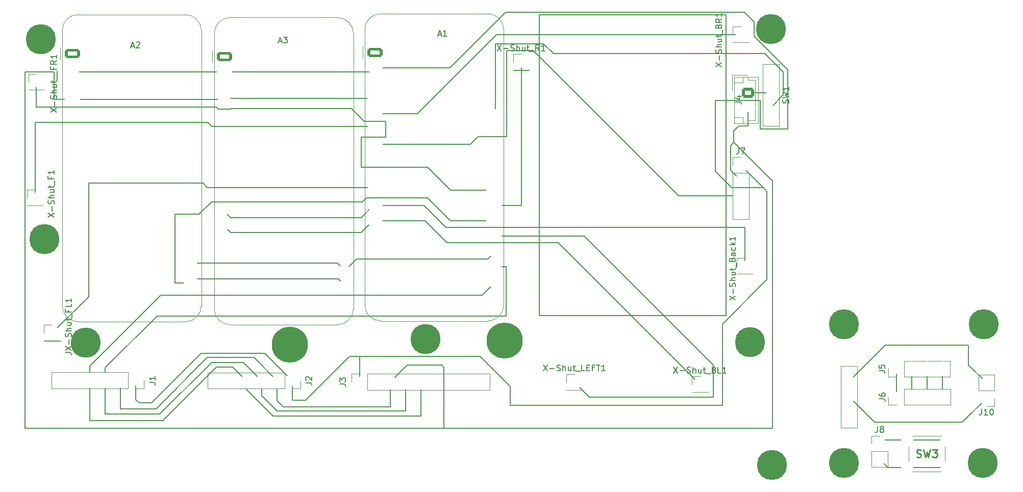
<source format=gbl>
G04 #@! TF.GenerationSoftware,KiCad,Pcbnew,9.0.0*
G04 #@! TF.CreationDate,2025-04-18T00:11:51+02:00*
G04 #@! TF.ProjectId,Omni-X-II-PCB,4f6d6e69-2d58-42d4-9949-2d5043422e6b,rev?*
G04 #@! TF.SameCoordinates,Original*
G04 #@! TF.FileFunction,Copper,L2,Bot*
G04 #@! TF.FilePolarity,Positive*
%FSLAX46Y46*%
G04 Gerber Fmt 4.6, Leading zero omitted, Abs format (unit mm)*
G04 Created by KiCad (PCBNEW 9.0.0) date 2025-04-18 00:11:51*
%MOMM*%
%LPD*%
G01*
G04 APERTURE LIST*
G04 Aperture macros list*
%AMRoundRect*
0 Rectangle with rounded corners*
0 $1 Rounding radius*
0 $2 $3 $4 $5 $6 $7 $8 $9 X,Y pos of 4 corners*
0 Add a 4 corners polygon primitive as box body*
4,1,4,$2,$3,$4,$5,$6,$7,$8,$9,$2,$3,0*
0 Add four circle primitives for the rounded corners*
1,1,$1+$1,$2,$3*
1,1,$1+$1,$4,$5*
1,1,$1+$1,$6,$7*
1,1,$1+$1,$8,$9*
0 Add four rect primitives between the rounded corners*
20,1,$1+$1,$2,$3,$4,$5,0*
20,1,$1+$1,$4,$5,$6,$7,0*
20,1,$1+$1,$6,$7,$8,$9,0*
20,1,$1+$1,$8,$9,$2,$3,0*%
G04 Aperture macros list end*
G04 #@! TA.AperFunction,ComponentPad*
%ADD10R,1.700000X1.700000*%
G04 #@! TD*
G04 #@! TA.AperFunction,ComponentPad*
%ADD11O,1.500000X2.500000*%
G04 #@! TD*
G04 #@! TA.AperFunction,ComponentPad*
%ADD12O,1.700000X1.700000*%
G04 #@! TD*
G04 #@! TA.AperFunction,ComponentPad*
%ADD13RoundRect,0.250000X-0.750000X0.600000X-0.750000X-0.600000X0.750000X-0.600000X0.750000X0.600000X0*%
G04 #@! TD*
G04 #@! TA.AperFunction,ComponentPad*
%ADD14O,2.500000X1.500000*%
G04 #@! TD*
G04 #@! TA.AperFunction,ComponentPad*
%ADD15RoundRect,0.250000X-1.050000X-0.550000X1.050000X-0.550000X1.050000X0.550000X-1.050000X0.550000X0*%
G04 #@! TD*
G04 #@! TA.AperFunction,ComponentPad*
%ADD16O,2.600000X1.600000*%
G04 #@! TD*
G04 #@! TA.AperFunction,ComponentPad*
%ADD17C,2.000000*%
G04 #@! TD*
G04 #@! TA.AperFunction,ComponentPad*
%ADD18R,1.500000X1.500000*%
G04 #@! TD*
G04 #@! TA.AperFunction,ComponentPad*
%ADD19C,1.600000*%
G04 #@! TD*
G04 #@! TA.AperFunction,ViaPad*
%ADD20C,5.000000*%
G04 #@! TD*
G04 #@! TA.AperFunction,ViaPad*
%ADD21C,6.000000*%
G04 #@! TD*
G04 #@! TA.AperFunction,Conductor*
%ADD22C,0.200000*%
G04 #@! TD*
%ADD23R,1.700000X1.700000*%
%ADD24O,1.500000X2.500000*%
%ADD25O,1.700000X1.700000*%
%ADD26RoundRect,0.250000X-0.750000X0.600000X-0.750000X-0.600000X0.750000X-0.600000X0.750000X0.600000X0*%
%ADD27O,2.500000X1.500000*%
%ADD28RoundRect,0.250000X-1.050000X-0.550000X1.050000X-0.550000X1.050000X0.550000X-1.050000X0.550000X0*%
%ADD29O,2.600000X1.600000*%
%ADD30C,2.000000*%
%ADD31R,1.500000X1.500000*%
%ADD32C,1.600000*%
%ADD33C,0.200000*%
%ADD34C,0.150000*%
%ADD35C,0.254000*%
%ADD36C,0.120000*%
%ADD37C,0.100000*%
G04 APERTURE END LIST*
D10*
X73680000Y-62140000D03*
X116140000Y-111750000D03*
D11*
X113600000Y-111750000D03*
X111060000Y-111750000D03*
X108520000Y-111750000D03*
D12*
X105980000Y-111750000D03*
X103440000Y-111750000D03*
D13*
X191750000Y-63900000D03*
D14*
X191750000Y-66400000D03*
D10*
X90180000Y-111700000D03*
D11*
X87640000Y-111700000D03*
X85100000Y-111700000D03*
X82560000Y-111700000D03*
D12*
X80020000Y-111700000D03*
X77480000Y-111700000D03*
D10*
X73440000Y-81360000D03*
X127310000Y-111960000D03*
D12*
X129850000Y-111960000D03*
D11*
X132390000Y-111960000D03*
X134930000Y-111960000D03*
X137470000Y-111960000D03*
D12*
X140010000Y-111960000D03*
X142550000Y-111960000D03*
X145090000Y-111960000D03*
X147630000Y-111960000D03*
D10*
X183800000Y-112350000D03*
D15*
X129840000Y-57270000D03*
D16*
X129840000Y-59810000D03*
X129840000Y-62350000D03*
X129840000Y-64890000D03*
X129840000Y-67430000D03*
X129840000Y-69970000D03*
X129840000Y-72510000D03*
X129840000Y-75050000D03*
X129840000Y-77590000D03*
X129840000Y-80130000D03*
X129840000Y-82670000D03*
X129840000Y-85210000D03*
X129840000Y-87750000D03*
X129840000Y-90290000D03*
X129840000Y-92830000D03*
X129840000Y-95370000D03*
X149560000Y-95370000D03*
X149560000Y-92830000D03*
X149560000Y-90290000D03*
X149560000Y-87750000D03*
X149560000Y-85210000D03*
X149560000Y-82670000D03*
X149560000Y-80130000D03*
X149560000Y-77590000D03*
X149560000Y-75050000D03*
X149560000Y-72510000D03*
X149560000Y-69970000D03*
X149560000Y-67430000D03*
D10*
X154130000Y-58850000D03*
X190560000Y-75970000D03*
D14*
X190560000Y-78510000D03*
X190560000Y-81050000D03*
X190560000Y-83590000D03*
D15*
X79640000Y-57410000D03*
D16*
X79640000Y-59950000D03*
X79640000Y-62490000D03*
X79640000Y-65030000D03*
X79640000Y-67570000D03*
X79640000Y-70110000D03*
X79640000Y-72650000D03*
X79640000Y-75190000D03*
X79640000Y-77730000D03*
X79640000Y-80270000D03*
X79640000Y-82810000D03*
X79640000Y-85350000D03*
X79640000Y-87890000D03*
X79640000Y-90430000D03*
X79640000Y-92970000D03*
X79640000Y-95510000D03*
X99360000Y-95510000D03*
X99360000Y-92970000D03*
X99360000Y-90430000D03*
X99360000Y-87890000D03*
X99360000Y-85350000D03*
X99360000Y-82810000D03*
X99360000Y-80270000D03*
X99360000Y-77730000D03*
X99360000Y-75190000D03*
X99360000Y-72650000D03*
X99360000Y-70110000D03*
X99360000Y-67570000D03*
D17*
X218190000Y-121640000D03*
X224690000Y-121640000D03*
X218190000Y-126140000D03*
X224690000Y-126140000D03*
D10*
X191220000Y-92700000D03*
X216395000Y-114450000D03*
D11*
X218935000Y-114450000D03*
X221475000Y-114450000D03*
X224015000Y-114450000D03*
D10*
X231345000Y-114660000D03*
D14*
X231345000Y-112120000D03*
D10*
X76290000Y-103830000D03*
D18*
X195550000Y-64320000D03*
D19*
X195550000Y-61780000D03*
D14*
X195550000Y-66860000D03*
D18*
X208495000Y-114430000D03*
D19*
X208495000Y-116970000D03*
D14*
X208495000Y-111890000D03*
D10*
X190590000Y-54270000D03*
X162960000Y-111990000D03*
D15*
X104870000Y-57900000D03*
D16*
X104870000Y-60440000D03*
X104870000Y-62980000D03*
X104870000Y-65520000D03*
X104870000Y-68060000D03*
X104870000Y-70600000D03*
X104870000Y-73140000D03*
X104870000Y-75680000D03*
X104870000Y-78220000D03*
X104870000Y-80760000D03*
X104870000Y-83300000D03*
X104870000Y-85840000D03*
X104870000Y-88380000D03*
X104870000Y-90920000D03*
X104870000Y-93460000D03*
X104870000Y-96000000D03*
X124590000Y-96000000D03*
X124590000Y-93460000D03*
X124590000Y-90920000D03*
X124590000Y-88380000D03*
X124590000Y-85840000D03*
X124590000Y-83300000D03*
X124590000Y-80760000D03*
X124590000Y-78220000D03*
X124590000Y-75680000D03*
X124590000Y-73140000D03*
X124590000Y-70600000D03*
X124590000Y-68060000D03*
D10*
X216355000Y-109780000D03*
D11*
X218895000Y-109780000D03*
X221435000Y-109780000D03*
X223975000Y-109780000D03*
D10*
X213595000Y-122210000D03*
D14*
X213595000Y-124750000D03*
D20*
X192130000Y-105330000D03*
X207665000Y-125430000D03*
D21*
X115750000Y-105730000D03*
D20*
X195700000Y-125790000D03*
X230845000Y-102390000D03*
X74430000Y-55010000D03*
X74990000Y-88250000D03*
X138230000Y-104820000D03*
X81880000Y-105390000D03*
X207665000Y-102390000D03*
X230715000Y-125430000D03*
X195600000Y-53370000D03*
D21*
X151400000Y-105100000D03*
D22*
X99660000Y-92970000D02*
X100450000Y-92180000D01*
X123610000Y-92180000D02*
X124890000Y-93460000D01*
X126800000Y-91550000D02*
X148600000Y-91550000D01*
X124890000Y-93460000D02*
X126800000Y-91550000D01*
X148600000Y-91550000D02*
X149860000Y-90290000D01*
X100450000Y-92180000D02*
X123610000Y-92180000D01*
X149860000Y-82670000D02*
X154130000Y-82670000D01*
X154130000Y-82670000D02*
X154130000Y-58850000D01*
X129540000Y-85210000D02*
X138190000Y-85210000D01*
X105890000Y-87160000D02*
X127590000Y-87160000D01*
X160301000Y-88851000D02*
X183800000Y-112350000D01*
X138190000Y-85210000D02*
X141831000Y-88851000D01*
X127590000Y-87160000D02*
X129540000Y-85210000D01*
X104570000Y-85840000D02*
X105890000Y-87160000D01*
X141831000Y-88851000D02*
X160301000Y-88851000D01*
X190560000Y-78510000D02*
X188840000Y-76790000D01*
X189409000Y-70261000D02*
X190260000Y-69410000D01*
X113600000Y-111750000D02*
X113600000Y-115060000D01*
X104570000Y-65520000D02*
X105200000Y-64890000D01*
X113600000Y-115060000D02*
X114660000Y-116120000D01*
X188840000Y-72739000D02*
X189409000Y-72170000D01*
X87640000Y-111700000D02*
X87640000Y-116420000D01*
X189409000Y-72170000D02*
X189409000Y-70261000D01*
X79340000Y-65030000D02*
X104080000Y-65030000D01*
X93550000Y-116420000D02*
X102050000Y-107920000D01*
X71780000Y-60430000D02*
X71780000Y-119650000D01*
X191750000Y-69410000D02*
X191750000Y-66400000D01*
X141330000Y-119650000D02*
X142200000Y-119650000D01*
X132390000Y-111960000D02*
X135170000Y-109180000D01*
X190260000Y-69410000D02*
X191750000Y-69410000D01*
X188840000Y-76790000D02*
X188840000Y-72739000D01*
X141330000Y-109540000D02*
X141330000Y-119650000D01*
X195860000Y-119650000D02*
X195860000Y-78621000D01*
X140970000Y-109180000D02*
X141330000Y-109540000D01*
X142200000Y-119650000D02*
X195860000Y-119650000D01*
X104080000Y-65030000D02*
X104570000Y-65520000D01*
X109770000Y-107920000D02*
X113600000Y-111750000D01*
X132400000Y-116080000D02*
X132390000Y-116070000D01*
X132390000Y-116070000D02*
X132390000Y-111960000D01*
X195860000Y-78621000D02*
X189409000Y-72170000D01*
X135170000Y-109180000D02*
X140970000Y-109180000D01*
X71780000Y-119650000D02*
X141330000Y-119650000D01*
X87640000Y-116420000D02*
X93550000Y-116420000D01*
X76640000Y-60430000D02*
X71780000Y-60430000D01*
X114660000Y-116120000D02*
X132360000Y-116120000D01*
X76640000Y-65030000D02*
X76640000Y-60430000D01*
X105200000Y-64890000D02*
X129540000Y-64890000D01*
X132360000Y-116120000D02*
X132400000Y-116080000D01*
X79340000Y-65030000D02*
X76640000Y-65030000D01*
X102050000Y-107920000D02*
X109770000Y-107920000D01*
X186010000Y-114500000D02*
X165470000Y-114500000D01*
X165470000Y-114500000D02*
X162960000Y-111990000D01*
X186010000Y-109180000D02*
X186010000Y-114500000D01*
X164580000Y-87750000D02*
X186010000Y-109180000D01*
X149860000Y-87750000D02*
X164580000Y-87750000D01*
X141671000Y-86311000D02*
X138030000Y-82670000D01*
X127550000Y-84660000D02*
X129540000Y-82670000D01*
X191220000Y-86311000D02*
X141671000Y-86311000D01*
X104570000Y-83300000D02*
X105930000Y-84660000D01*
X191220000Y-92700000D02*
X191220000Y-86311000D01*
X138030000Y-82670000D02*
X129540000Y-82670000D01*
X105930000Y-84660000D02*
X127550000Y-84660000D01*
X73440000Y-81360000D02*
X73440000Y-68880000D01*
X102739000Y-69499000D02*
X129069000Y-69499000D01*
X102120000Y-68880000D02*
X102739000Y-69499000D01*
X73440000Y-68880000D02*
X102120000Y-68880000D01*
X129069000Y-69499000D02*
X129540000Y-69970000D01*
X82560000Y-111700000D02*
X82560000Y-118380000D01*
X147670000Y-97560000D02*
X149860000Y-95370000D01*
X112950000Y-117630000D02*
X137490000Y-117630000D01*
X137490000Y-117630000D02*
X137510000Y-117610000D01*
X108520000Y-113200000D02*
X112950000Y-117630000D01*
X82560000Y-111700000D02*
X82560000Y-109340000D01*
X82560000Y-118380000D02*
X94687058Y-118380000D01*
X94687058Y-118380000D02*
X103577058Y-109490000D01*
X108520000Y-111750000D02*
X108900000Y-111750000D01*
X103577058Y-109490000D02*
X106260000Y-109490000D01*
X108520000Y-111750000D02*
X108520000Y-113200000D01*
X137510000Y-117610000D02*
X137470000Y-117570000D01*
X137470000Y-117570000D02*
X137470000Y-111960000D01*
X106260000Y-109490000D02*
X108520000Y-111750000D01*
X82560000Y-109340000D02*
X94340000Y-97560000D01*
X94340000Y-97560000D02*
X147670000Y-97560000D01*
X127580000Y-71270000D02*
X127580000Y-76310000D01*
X125990000Y-66590000D02*
X128050000Y-68650000D01*
X103913951Y-66621000D02*
X105826049Y-66621000D01*
X73680000Y-66270000D02*
X103562951Y-66270000D01*
X128050000Y-68650000D02*
X131680000Y-68650000D01*
X131680000Y-68650000D02*
X131680000Y-71270000D01*
X138610000Y-76310000D02*
X142430000Y-80130000D01*
X142430000Y-80130000D02*
X149860000Y-80130000D01*
X105857049Y-66590000D02*
X125990000Y-66590000D01*
X103562951Y-66270000D02*
X103913951Y-66621000D01*
X131680000Y-71270000D02*
X127580000Y-71270000D01*
X105826049Y-66621000D02*
X105857049Y-66590000D01*
X73680000Y-62140000D02*
X73680000Y-66270000D01*
X127580000Y-76310000D02*
X138610000Y-76310000D01*
X82350000Y-97770000D02*
X82350000Y-78960000D01*
X129069000Y-79659000D02*
X129540000Y-80130000D01*
X101332000Y-78960000D02*
X102031000Y-79659000D01*
X76290000Y-103830000D02*
X82350000Y-97770000D01*
X102031000Y-79659000D02*
X129069000Y-79659000D01*
X82350000Y-78960000D02*
X101332000Y-78960000D01*
X194587415Y-57450000D02*
X197590000Y-60452585D01*
X159500000Y-57450000D02*
X194587415Y-57450000D01*
X149860000Y-55800000D02*
X157850000Y-55800000D01*
X197590000Y-60452585D02*
X197590000Y-64320000D01*
X157850000Y-55800000D02*
X159500000Y-57450000D01*
X149860000Y-67430000D02*
X149860000Y-55800000D01*
X195550000Y-66360000D02*
X195550000Y-66860000D01*
X197590000Y-64320000D02*
X195550000Y-66360000D01*
X198399000Y-69970000D02*
X193810000Y-69970000D01*
X194931000Y-80341000D02*
X194931000Y-94969000D01*
X128910000Y-60440000D02*
X129540000Y-59810000D01*
X189030000Y-79700000D02*
X194290000Y-79700000D01*
X194575000Y-79985000D02*
X194931000Y-80341000D01*
X92800000Y-115420000D02*
X100990000Y-107230000D01*
X187490000Y-115810000D02*
X152450000Y-115810000D01*
X152450000Y-115810000D02*
X152320000Y-115810000D01*
X192799000Y-52209787D02*
X192799000Y-54530213D01*
X187490000Y-102410000D02*
X187490000Y-115810000D01*
X194931000Y-94969000D02*
X187490000Y-102410000D01*
X193810000Y-69970000D02*
X193810000Y-65170000D01*
X90730000Y-115420000D02*
X92800000Y-115420000D01*
X116140000Y-111750000D02*
X116140000Y-114890000D01*
X152320000Y-112740000D02*
X152320000Y-115810000D01*
X100990000Y-107230000D02*
X111620000Y-107230000D01*
X193810000Y-65170000D02*
X186340000Y-65170000D01*
X104570000Y-60440000D02*
X128910000Y-60440000D01*
X198399000Y-60130213D02*
X198399000Y-69970000D01*
X129540000Y-59810000D02*
X142310000Y-59810000D01*
X194290000Y-79700000D02*
X194575000Y-79985000D01*
X186340000Y-77010000D02*
X189030000Y-79700000D01*
X125644314Y-107700000D02*
X127240000Y-107700000D01*
X79340000Y-59950000D02*
X79830000Y-60440000D01*
X111620000Y-107230000D02*
X116140000Y-111750000D01*
X147280000Y-107700000D02*
X152320000Y-112740000D01*
X191190213Y-50601000D02*
X192799000Y-52209787D01*
X151519000Y-50601000D02*
X191190213Y-50601000D01*
X118334314Y-115010000D02*
X125644314Y-107700000D01*
X192799000Y-54530213D02*
X198399000Y-60130213D01*
X142310000Y-59810000D02*
X151519000Y-50601000D01*
X90180000Y-114870000D02*
X90730000Y-115420000D01*
X116260000Y-115010000D02*
X118334314Y-115010000D01*
X127310000Y-111960000D02*
X127310000Y-107770000D01*
X127240000Y-107700000D02*
X147280000Y-107700000D01*
X186340000Y-65170000D02*
X186340000Y-77010000D01*
X90180000Y-111700000D02*
X90180000Y-114870000D01*
X116140000Y-114890000D02*
X116260000Y-115010000D01*
X190560000Y-75970000D02*
X194575000Y-79985000D01*
X127310000Y-107770000D02*
X127240000Y-107700000D01*
X79830000Y-60440000D02*
X104570000Y-60440000D01*
X111060000Y-114225728D02*
X113624272Y-116790000D01*
X85100000Y-111700000D02*
X85100000Y-117320000D01*
X102800000Y-108700000D02*
X108010000Y-108700000D01*
X151630000Y-101011586D02*
X151630000Y-92830000D01*
X111060000Y-111750000D02*
X111060000Y-114225728D01*
X85100000Y-109590000D02*
X93678414Y-101011586D01*
X85100000Y-117320000D02*
X94180000Y-117320000D01*
X134980000Y-116800000D02*
X134930000Y-116750000D01*
X118770000Y-116790000D02*
X118780000Y-116800000D01*
X85100000Y-111700000D02*
X85100000Y-109590000D01*
X108010000Y-108700000D02*
X111060000Y-111750000D01*
X134930000Y-116750000D02*
X134930000Y-111960000D01*
X151630000Y-92830000D02*
X149860000Y-92830000D01*
X118780000Y-116800000D02*
X134980000Y-116800000D01*
X93678414Y-101011586D02*
X151630000Y-101011586D01*
X113624272Y-116790000D02*
X118770000Y-116790000D01*
X94180000Y-117320000D02*
X102800000Y-108700000D01*
X99660000Y-95510000D02*
X96700000Y-95510000D01*
X100660000Y-84110000D02*
X102740000Y-82030000D01*
X128390000Y-81380000D02*
X138600000Y-81380000D01*
X127740000Y-82030000D02*
X128390000Y-81380000D01*
X99660000Y-95510000D02*
X100330000Y-94840000D01*
X142430000Y-85210000D02*
X149860000Y-85210000D01*
X102740000Y-82030000D02*
X127740000Y-82030000D01*
X100330000Y-94840000D02*
X123730000Y-94840000D01*
X138600000Y-81380000D02*
X142430000Y-85210000D01*
X96700000Y-84110000D02*
X100660000Y-84110000D01*
X96700000Y-95510000D02*
X96700000Y-84110000D01*
X123730000Y-94840000D02*
X124890000Y-96000000D01*
X180250000Y-81050000D02*
X156090000Y-56890000D01*
X151710000Y-71260000D02*
X146950000Y-71260000D01*
X156090000Y-56890000D02*
X151710000Y-56890000D01*
X151710000Y-56890000D02*
X151710000Y-71260000D01*
X145700000Y-72510000D02*
X129540000Y-72510000D01*
X146950000Y-71260000D02*
X145700000Y-72510000D01*
X190560000Y-81050000D02*
X180250000Y-81050000D01*
X136860000Y-67430000D02*
X150020000Y-54270000D01*
X150020000Y-54270000D02*
X190590000Y-54270000D01*
X129540000Y-67430000D02*
X136860000Y-67430000D01*
X190510000Y-54350000D02*
X190590000Y-54270000D01*
X194810000Y-63900000D02*
X191750000Y-63900000D01*
X191870000Y-63780000D02*
X191750000Y-63900000D01*
X195550000Y-64320000D02*
X195230000Y-64320000D01*
X195230000Y-64320000D02*
X194810000Y-63900000D01*
X195130000Y-63900000D02*
X195550000Y-64320000D01*
X221435000Y-114410000D02*
X221475000Y-114450000D01*
X221435000Y-109780000D02*
X221435000Y-114410000D01*
X218895000Y-114410000D02*
X218935000Y-114450000D01*
X218895000Y-109780000D02*
X218895000Y-114410000D01*
X223975000Y-109780000D02*
X223975000Y-114410000D01*
X223975000Y-114410000D02*
X224015000Y-114450000D01*
X216395000Y-109820000D02*
X216355000Y-109780000D01*
X216395000Y-114450000D02*
X216395000Y-109820000D01*
X214165000Y-121640000D02*
X213595000Y-122210000D01*
X224690000Y-121640000D02*
X218190000Y-121640000D01*
X218190000Y-121640000D02*
X214165000Y-121640000D01*
X218190000Y-126140000D02*
X224690000Y-126140000D01*
X213595000Y-124750000D02*
X214985000Y-126140000D01*
X214985000Y-126140000D02*
X218190000Y-126140000D01*
X228350000Y-109125000D02*
X231345000Y-112120000D01*
X214525000Y-105860000D02*
X228350000Y-105860000D01*
X208495000Y-111890000D02*
X214525000Y-105860000D01*
X228350000Y-105860000D02*
X228350000Y-109125000D01*
X227355000Y-118650000D02*
X212715000Y-118650000D01*
X212715000Y-118650000D02*
X208495000Y-114430000D01*
X231345000Y-114660000D02*
X227355000Y-118650000D01*
X148330000Y-111820000D02*
X147280000Y-111820000D01*
%LPC*%
D23*
X73680000Y-62140000D03*
X116140000Y-111750000D03*
D24*
X113600000Y-111750000D03*
X111060000Y-111750000D03*
X108520000Y-111750000D03*
D25*
X105980000Y-111750000D03*
X103440000Y-111750000D03*
D26*
X191750000Y-63900000D03*
D27*
X191750000Y-66400000D03*
D23*
X90180000Y-111700000D03*
D24*
X87640000Y-111700000D03*
X85100000Y-111700000D03*
X82560000Y-111700000D03*
D25*
X80020000Y-111700000D03*
X77480000Y-111700000D03*
D23*
X73440000Y-81360000D03*
X127310000Y-111960000D03*
D25*
X129850000Y-111960000D03*
D24*
X132390000Y-111960000D03*
X134930000Y-111960000D03*
X137470000Y-111960000D03*
D25*
X140010000Y-111960000D03*
X142550000Y-111960000D03*
X145090000Y-111960000D03*
X147630000Y-111960000D03*
D23*
X183800000Y-112350000D03*
D28*
X129840000Y-57270000D03*
D29*
X129840000Y-59810000D03*
X129840000Y-62350000D03*
X129840000Y-64890000D03*
X129840000Y-67430000D03*
X129840000Y-69970000D03*
X129840000Y-72510000D03*
X129840000Y-75050000D03*
X129840000Y-77590000D03*
X129840000Y-80130000D03*
X129840000Y-82670000D03*
X129840000Y-85210000D03*
X129840000Y-87750000D03*
X129840000Y-90290000D03*
X129840000Y-92830000D03*
X129840000Y-95370000D03*
X149560000Y-95370000D03*
X149560000Y-92830000D03*
X149560000Y-90290000D03*
X149560000Y-87750000D03*
X149560000Y-85210000D03*
X149560000Y-82670000D03*
X149560000Y-80130000D03*
X149560000Y-77590000D03*
X149560000Y-75050000D03*
X149560000Y-72510000D03*
X149560000Y-69970000D03*
X149560000Y-67430000D03*
D23*
X154130000Y-58850000D03*
X190560000Y-75970000D03*
D27*
X190560000Y-78510000D03*
X190560000Y-81050000D03*
X190560000Y-83590000D03*
D28*
X79640000Y-57410000D03*
D29*
X79640000Y-59950000D03*
X79640000Y-62490000D03*
X79640000Y-65030000D03*
X79640000Y-67570000D03*
X79640000Y-70110000D03*
X79640000Y-72650000D03*
X79640000Y-75190000D03*
X79640000Y-77730000D03*
X79640000Y-80270000D03*
X79640000Y-82810000D03*
X79640000Y-85350000D03*
X79640000Y-87890000D03*
X79640000Y-90430000D03*
X79640000Y-92970000D03*
X79640000Y-95510000D03*
X99360000Y-95510000D03*
X99360000Y-92970000D03*
X99360000Y-90430000D03*
X99360000Y-87890000D03*
X99360000Y-85350000D03*
X99360000Y-82810000D03*
X99360000Y-80270000D03*
X99360000Y-77730000D03*
X99360000Y-75190000D03*
X99360000Y-72650000D03*
X99360000Y-70110000D03*
X99360000Y-67570000D03*
D30*
X218190000Y-121640000D03*
X224690000Y-121640000D03*
X218190000Y-126140000D03*
X224690000Y-126140000D03*
D23*
X191220000Y-92700000D03*
X216395000Y-114450000D03*
D24*
X218935000Y-114450000D03*
X221475000Y-114450000D03*
X224015000Y-114450000D03*
D23*
X231345000Y-114660000D03*
D27*
X231345000Y-112120000D03*
D23*
X76290000Y-103830000D03*
D31*
X195550000Y-64320000D03*
D32*
X195550000Y-61780000D03*
D27*
X195550000Y-66860000D03*
D31*
X208495000Y-114430000D03*
D32*
X208495000Y-116970000D03*
D27*
X208495000Y-111890000D03*
D23*
X190590000Y-54270000D03*
X162960000Y-111990000D03*
D28*
X104870000Y-57900000D03*
D29*
X104870000Y-60440000D03*
X104870000Y-62980000D03*
X104870000Y-65520000D03*
X104870000Y-68060000D03*
X104870000Y-70600000D03*
X104870000Y-73140000D03*
X104870000Y-75680000D03*
X104870000Y-78220000D03*
X104870000Y-80760000D03*
X104870000Y-83300000D03*
X104870000Y-85840000D03*
X104870000Y-88380000D03*
X104870000Y-90920000D03*
X104870000Y-93460000D03*
X104870000Y-96000000D03*
X124590000Y-96000000D03*
X124590000Y-93460000D03*
X124590000Y-90920000D03*
X124590000Y-88380000D03*
X124590000Y-85840000D03*
X124590000Y-83300000D03*
X124590000Y-80760000D03*
X124590000Y-78220000D03*
X124590000Y-75680000D03*
X124590000Y-73140000D03*
X124590000Y-70600000D03*
X124590000Y-68060000D03*
D23*
X216355000Y-109780000D03*
D24*
X218895000Y-109780000D03*
X221435000Y-109780000D03*
X223975000Y-109780000D03*
D23*
X213595000Y-122210000D03*
D27*
X213595000Y-124750000D03*
%LPD*%
D33*
X157150000Y-50970000D02*
X188150000Y-50970000D01*
X188150000Y-100970000D01*
X157150000Y-100970000D01*
X157150000Y-50970000D01*
D34*
X76044819Y-67175714D02*
X77044819Y-66509048D01*
X76044819Y-66509048D02*
X77044819Y-67175714D01*
X76663866Y-66128095D02*
X76663866Y-65366191D01*
X76997200Y-64937619D02*
X77044819Y-64794762D01*
X77044819Y-64794762D02*
X77044819Y-64556667D01*
X77044819Y-64556667D02*
X76997200Y-64461429D01*
X76997200Y-64461429D02*
X76949580Y-64413810D01*
X76949580Y-64413810D02*
X76854342Y-64366191D01*
X76854342Y-64366191D02*
X76759104Y-64366191D01*
X76759104Y-64366191D02*
X76663866Y-64413810D01*
X76663866Y-64413810D02*
X76616247Y-64461429D01*
X76616247Y-64461429D02*
X76568628Y-64556667D01*
X76568628Y-64556667D02*
X76521009Y-64747143D01*
X76521009Y-64747143D02*
X76473390Y-64842381D01*
X76473390Y-64842381D02*
X76425771Y-64890000D01*
X76425771Y-64890000D02*
X76330533Y-64937619D01*
X76330533Y-64937619D02*
X76235295Y-64937619D01*
X76235295Y-64937619D02*
X76140057Y-64890000D01*
X76140057Y-64890000D02*
X76092438Y-64842381D01*
X76092438Y-64842381D02*
X76044819Y-64747143D01*
X76044819Y-64747143D02*
X76044819Y-64509048D01*
X76044819Y-64509048D02*
X76092438Y-64366191D01*
X77044819Y-63937619D02*
X76044819Y-63937619D01*
X77044819Y-63509048D02*
X76521009Y-63509048D01*
X76521009Y-63509048D02*
X76425771Y-63556667D01*
X76425771Y-63556667D02*
X76378152Y-63651905D01*
X76378152Y-63651905D02*
X76378152Y-63794762D01*
X76378152Y-63794762D02*
X76425771Y-63890000D01*
X76425771Y-63890000D02*
X76473390Y-63937619D01*
X76378152Y-62604286D02*
X77044819Y-62604286D01*
X76378152Y-63032857D02*
X76901961Y-63032857D01*
X76901961Y-63032857D02*
X76997200Y-62985238D01*
X76997200Y-62985238D02*
X77044819Y-62890000D01*
X77044819Y-62890000D02*
X77044819Y-62747143D01*
X77044819Y-62747143D02*
X76997200Y-62651905D01*
X76997200Y-62651905D02*
X76949580Y-62604286D01*
X76378152Y-62270952D02*
X76378152Y-61890000D01*
X76044819Y-62128095D02*
X76901961Y-62128095D01*
X76901961Y-62128095D02*
X76997200Y-62080476D01*
X76997200Y-62080476D02*
X77044819Y-61985238D01*
X77044819Y-61985238D02*
X77044819Y-61890000D01*
X77140057Y-61794762D02*
X77140057Y-61032857D01*
X77140057Y-61032857D02*
X77140057Y-60270952D01*
X76521009Y-59699523D02*
X76521009Y-60032856D01*
X77044819Y-60032856D02*
X76044819Y-60032856D01*
X76044819Y-60032856D02*
X76044819Y-59556666D01*
X77044819Y-58604285D02*
X76568628Y-58937618D01*
X77044819Y-59175713D02*
X76044819Y-59175713D01*
X76044819Y-59175713D02*
X76044819Y-58794761D01*
X76044819Y-58794761D02*
X76092438Y-58699523D01*
X76092438Y-58699523D02*
X76140057Y-58651904D01*
X76140057Y-58651904D02*
X76235295Y-58604285D01*
X76235295Y-58604285D02*
X76378152Y-58604285D01*
X76378152Y-58604285D02*
X76473390Y-58651904D01*
X76473390Y-58651904D02*
X76521009Y-58699523D01*
X76521009Y-58699523D02*
X76568628Y-58794761D01*
X76568628Y-58794761D02*
X76568628Y-59175713D01*
X77044819Y-57651904D02*
X77044819Y-58223332D01*
X77044819Y-57937618D02*
X76044819Y-57937618D01*
X76044819Y-57937618D02*
X76187676Y-58032856D01*
X76187676Y-58032856D02*
X76282914Y-58128094D01*
X76282914Y-58128094D02*
X76330533Y-58223332D01*
X118364819Y-112083333D02*
X119079104Y-112083333D01*
X119079104Y-112083333D02*
X119221961Y-112130952D01*
X119221961Y-112130952D02*
X119317200Y-112226190D01*
X119317200Y-112226190D02*
X119364819Y-112369047D01*
X119364819Y-112369047D02*
X119364819Y-112464285D01*
X118460057Y-111654761D02*
X118412438Y-111607142D01*
X118412438Y-111607142D02*
X118364819Y-111511904D01*
X118364819Y-111511904D02*
X118364819Y-111273809D01*
X118364819Y-111273809D02*
X118412438Y-111178571D01*
X118412438Y-111178571D02*
X118460057Y-111130952D01*
X118460057Y-111130952D02*
X118555295Y-111083333D01*
X118555295Y-111083333D02*
X118650533Y-111083333D01*
X118650533Y-111083333D02*
X118793390Y-111130952D01*
X118793390Y-111130952D02*
X119364819Y-111702380D01*
X119364819Y-111702380D02*
X119364819Y-111083333D01*
X189654819Y-65433333D02*
X190369104Y-65433333D01*
X190369104Y-65433333D02*
X190511961Y-65480952D01*
X190511961Y-65480952D02*
X190607200Y-65576190D01*
X190607200Y-65576190D02*
X190654819Y-65719047D01*
X190654819Y-65719047D02*
X190654819Y-65814285D01*
X189988152Y-64528571D02*
X190654819Y-64528571D01*
X189607200Y-64766666D02*
X190321485Y-65004761D01*
X190321485Y-65004761D02*
X190321485Y-64385714D01*
X92404819Y-112033333D02*
X93119104Y-112033333D01*
X93119104Y-112033333D02*
X93261961Y-112080952D01*
X93261961Y-112080952D02*
X93357200Y-112176190D01*
X93357200Y-112176190D02*
X93404819Y-112319047D01*
X93404819Y-112319047D02*
X93404819Y-112414285D01*
X93404819Y-111033333D02*
X93404819Y-111604761D01*
X93404819Y-111319047D02*
X92404819Y-111319047D01*
X92404819Y-111319047D02*
X92547676Y-111414285D01*
X92547676Y-111414285D02*
X92642914Y-111509523D01*
X92642914Y-111509523D02*
X92690533Y-111604761D01*
X75634819Y-84614761D02*
X76634819Y-83948095D01*
X75634819Y-83948095D02*
X76634819Y-84614761D01*
X76253866Y-83567142D02*
X76253866Y-82805238D01*
X76587200Y-82376666D02*
X76634819Y-82233809D01*
X76634819Y-82233809D02*
X76634819Y-81995714D01*
X76634819Y-81995714D02*
X76587200Y-81900476D01*
X76587200Y-81900476D02*
X76539580Y-81852857D01*
X76539580Y-81852857D02*
X76444342Y-81805238D01*
X76444342Y-81805238D02*
X76349104Y-81805238D01*
X76349104Y-81805238D02*
X76253866Y-81852857D01*
X76253866Y-81852857D02*
X76206247Y-81900476D01*
X76206247Y-81900476D02*
X76158628Y-81995714D01*
X76158628Y-81995714D02*
X76111009Y-82186190D01*
X76111009Y-82186190D02*
X76063390Y-82281428D01*
X76063390Y-82281428D02*
X76015771Y-82329047D01*
X76015771Y-82329047D02*
X75920533Y-82376666D01*
X75920533Y-82376666D02*
X75825295Y-82376666D01*
X75825295Y-82376666D02*
X75730057Y-82329047D01*
X75730057Y-82329047D02*
X75682438Y-82281428D01*
X75682438Y-82281428D02*
X75634819Y-82186190D01*
X75634819Y-82186190D02*
X75634819Y-81948095D01*
X75634819Y-81948095D02*
X75682438Y-81805238D01*
X76634819Y-81376666D02*
X75634819Y-81376666D01*
X76634819Y-80948095D02*
X76111009Y-80948095D01*
X76111009Y-80948095D02*
X76015771Y-80995714D01*
X76015771Y-80995714D02*
X75968152Y-81090952D01*
X75968152Y-81090952D02*
X75968152Y-81233809D01*
X75968152Y-81233809D02*
X76015771Y-81329047D01*
X76015771Y-81329047D02*
X76063390Y-81376666D01*
X75968152Y-80043333D02*
X76634819Y-80043333D01*
X75968152Y-80471904D02*
X76491961Y-80471904D01*
X76491961Y-80471904D02*
X76587200Y-80424285D01*
X76587200Y-80424285D02*
X76634819Y-80329047D01*
X76634819Y-80329047D02*
X76634819Y-80186190D01*
X76634819Y-80186190D02*
X76587200Y-80090952D01*
X76587200Y-80090952D02*
X76539580Y-80043333D01*
X75968152Y-79709999D02*
X75968152Y-79329047D01*
X75634819Y-79567142D02*
X76491961Y-79567142D01*
X76491961Y-79567142D02*
X76587200Y-79519523D01*
X76587200Y-79519523D02*
X76634819Y-79424285D01*
X76634819Y-79424285D02*
X76634819Y-79329047D01*
X76730057Y-79233809D02*
X76730057Y-78471904D01*
X76111009Y-77900475D02*
X76111009Y-78233808D01*
X76634819Y-78233808D02*
X75634819Y-78233808D01*
X75634819Y-78233808D02*
X75634819Y-77757618D01*
X76634819Y-76852856D02*
X76634819Y-77424284D01*
X76634819Y-77138570D02*
X75634819Y-77138570D01*
X75634819Y-77138570D02*
X75777676Y-77233808D01*
X75777676Y-77233808D02*
X75872914Y-77329046D01*
X75872914Y-77329046D02*
X75920533Y-77424284D01*
X123994819Y-112293333D02*
X124709104Y-112293333D01*
X124709104Y-112293333D02*
X124851961Y-112340952D01*
X124851961Y-112340952D02*
X124947200Y-112436190D01*
X124947200Y-112436190D02*
X124994819Y-112579047D01*
X124994819Y-112579047D02*
X124994819Y-112674285D01*
X123994819Y-111912380D02*
X123994819Y-111293333D01*
X123994819Y-111293333D02*
X124375771Y-111626666D01*
X124375771Y-111626666D02*
X124375771Y-111483809D01*
X124375771Y-111483809D02*
X124423390Y-111388571D01*
X124423390Y-111388571D02*
X124471009Y-111340952D01*
X124471009Y-111340952D02*
X124566247Y-111293333D01*
X124566247Y-111293333D02*
X124804342Y-111293333D01*
X124804342Y-111293333D02*
X124899580Y-111340952D01*
X124899580Y-111340952D02*
X124947200Y-111388571D01*
X124947200Y-111388571D02*
X124994819Y-111483809D01*
X124994819Y-111483809D02*
X124994819Y-111769523D01*
X124994819Y-111769523D02*
X124947200Y-111864761D01*
X124947200Y-111864761D02*
X124899580Y-111912380D01*
X179419047Y-109474819D02*
X180085713Y-110474819D01*
X180085713Y-109474819D02*
X179419047Y-110474819D01*
X180466666Y-110093866D02*
X181228571Y-110093866D01*
X181657142Y-110427200D02*
X181799999Y-110474819D01*
X181799999Y-110474819D02*
X182038094Y-110474819D01*
X182038094Y-110474819D02*
X182133332Y-110427200D01*
X182133332Y-110427200D02*
X182180951Y-110379580D01*
X182180951Y-110379580D02*
X182228570Y-110284342D01*
X182228570Y-110284342D02*
X182228570Y-110189104D01*
X182228570Y-110189104D02*
X182180951Y-110093866D01*
X182180951Y-110093866D02*
X182133332Y-110046247D01*
X182133332Y-110046247D02*
X182038094Y-109998628D01*
X182038094Y-109998628D02*
X181847618Y-109951009D01*
X181847618Y-109951009D02*
X181752380Y-109903390D01*
X181752380Y-109903390D02*
X181704761Y-109855771D01*
X181704761Y-109855771D02*
X181657142Y-109760533D01*
X181657142Y-109760533D02*
X181657142Y-109665295D01*
X181657142Y-109665295D02*
X181704761Y-109570057D01*
X181704761Y-109570057D02*
X181752380Y-109522438D01*
X181752380Y-109522438D02*
X181847618Y-109474819D01*
X181847618Y-109474819D02*
X182085713Y-109474819D01*
X182085713Y-109474819D02*
X182228570Y-109522438D01*
X182657142Y-110474819D02*
X182657142Y-109474819D01*
X183085713Y-110474819D02*
X183085713Y-109951009D01*
X183085713Y-109951009D02*
X183038094Y-109855771D01*
X183038094Y-109855771D02*
X182942856Y-109808152D01*
X182942856Y-109808152D02*
X182799999Y-109808152D01*
X182799999Y-109808152D02*
X182704761Y-109855771D01*
X182704761Y-109855771D02*
X182657142Y-109903390D01*
X183990475Y-109808152D02*
X183990475Y-110474819D01*
X183561904Y-109808152D02*
X183561904Y-110331961D01*
X183561904Y-110331961D02*
X183609523Y-110427200D01*
X183609523Y-110427200D02*
X183704761Y-110474819D01*
X183704761Y-110474819D02*
X183847618Y-110474819D01*
X183847618Y-110474819D02*
X183942856Y-110427200D01*
X183942856Y-110427200D02*
X183990475Y-110379580D01*
X184323809Y-109808152D02*
X184704761Y-109808152D01*
X184466666Y-109474819D02*
X184466666Y-110331961D01*
X184466666Y-110331961D02*
X184514285Y-110427200D01*
X184514285Y-110427200D02*
X184609523Y-110474819D01*
X184609523Y-110474819D02*
X184704761Y-110474819D01*
X184800000Y-110570057D02*
X185561904Y-110570057D01*
X186133333Y-109951009D02*
X186276190Y-109998628D01*
X186276190Y-109998628D02*
X186323809Y-110046247D01*
X186323809Y-110046247D02*
X186371428Y-110141485D01*
X186371428Y-110141485D02*
X186371428Y-110284342D01*
X186371428Y-110284342D02*
X186323809Y-110379580D01*
X186323809Y-110379580D02*
X186276190Y-110427200D01*
X186276190Y-110427200D02*
X186180952Y-110474819D01*
X186180952Y-110474819D02*
X185800000Y-110474819D01*
X185800000Y-110474819D02*
X185800000Y-109474819D01*
X185800000Y-109474819D02*
X186133333Y-109474819D01*
X186133333Y-109474819D02*
X186228571Y-109522438D01*
X186228571Y-109522438D02*
X186276190Y-109570057D01*
X186276190Y-109570057D02*
X186323809Y-109665295D01*
X186323809Y-109665295D02*
X186323809Y-109760533D01*
X186323809Y-109760533D02*
X186276190Y-109855771D01*
X186276190Y-109855771D02*
X186228571Y-109903390D01*
X186228571Y-109903390D02*
X186133333Y-109951009D01*
X186133333Y-109951009D02*
X185800000Y-109951009D01*
X187276190Y-110474819D02*
X186800000Y-110474819D01*
X186800000Y-110474819D02*
X186800000Y-109474819D01*
X188133333Y-110474819D02*
X187561905Y-110474819D01*
X187847619Y-110474819D02*
X187847619Y-109474819D01*
X187847619Y-109474819D02*
X187752381Y-109617676D01*
X187752381Y-109617676D02*
X187657143Y-109712914D01*
X187657143Y-109712914D02*
X187561905Y-109760533D01*
X140355714Y-54249104D02*
X140831904Y-54249104D01*
X140260476Y-54534819D02*
X140593809Y-53534819D01*
X140593809Y-53534819D02*
X140927142Y-54534819D01*
X141784285Y-54534819D02*
X141212857Y-54534819D01*
X141498571Y-54534819D02*
X141498571Y-53534819D01*
X141498571Y-53534819D02*
X141403333Y-53677676D01*
X141403333Y-53677676D02*
X141308095Y-53772914D01*
X141308095Y-53772914D02*
X141212857Y-53820533D01*
X150153809Y-55974819D02*
X150820475Y-56974819D01*
X150820475Y-55974819D02*
X150153809Y-56974819D01*
X151201428Y-56593866D02*
X151963333Y-56593866D01*
X152391904Y-56927200D02*
X152534761Y-56974819D01*
X152534761Y-56974819D02*
X152772856Y-56974819D01*
X152772856Y-56974819D02*
X152868094Y-56927200D01*
X152868094Y-56927200D02*
X152915713Y-56879580D01*
X152915713Y-56879580D02*
X152963332Y-56784342D01*
X152963332Y-56784342D02*
X152963332Y-56689104D01*
X152963332Y-56689104D02*
X152915713Y-56593866D01*
X152915713Y-56593866D02*
X152868094Y-56546247D01*
X152868094Y-56546247D02*
X152772856Y-56498628D01*
X152772856Y-56498628D02*
X152582380Y-56451009D01*
X152582380Y-56451009D02*
X152487142Y-56403390D01*
X152487142Y-56403390D02*
X152439523Y-56355771D01*
X152439523Y-56355771D02*
X152391904Y-56260533D01*
X152391904Y-56260533D02*
X152391904Y-56165295D01*
X152391904Y-56165295D02*
X152439523Y-56070057D01*
X152439523Y-56070057D02*
X152487142Y-56022438D01*
X152487142Y-56022438D02*
X152582380Y-55974819D01*
X152582380Y-55974819D02*
X152820475Y-55974819D01*
X152820475Y-55974819D02*
X152963332Y-56022438D01*
X153391904Y-56974819D02*
X153391904Y-55974819D01*
X153820475Y-56974819D02*
X153820475Y-56451009D01*
X153820475Y-56451009D02*
X153772856Y-56355771D01*
X153772856Y-56355771D02*
X153677618Y-56308152D01*
X153677618Y-56308152D02*
X153534761Y-56308152D01*
X153534761Y-56308152D02*
X153439523Y-56355771D01*
X153439523Y-56355771D02*
X153391904Y-56403390D01*
X154725237Y-56308152D02*
X154725237Y-56974819D01*
X154296666Y-56308152D02*
X154296666Y-56831961D01*
X154296666Y-56831961D02*
X154344285Y-56927200D01*
X154344285Y-56927200D02*
X154439523Y-56974819D01*
X154439523Y-56974819D02*
X154582380Y-56974819D01*
X154582380Y-56974819D02*
X154677618Y-56927200D01*
X154677618Y-56927200D02*
X154725237Y-56879580D01*
X155058571Y-56308152D02*
X155439523Y-56308152D01*
X155201428Y-55974819D02*
X155201428Y-56831961D01*
X155201428Y-56831961D02*
X155249047Y-56927200D01*
X155249047Y-56927200D02*
X155344285Y-56974819D01*
X155344285Y-56974819D02*
X155439523Y-56974819D01*
X155534762Y-57070057D02*
X156296666Y-57070057D01*
X157106190Y-56974819D02*
X156772857Y-56498628D01*
X156534762Y-56974819D02*
X156534762Y-55974819D01*
X156534762Y-55974819D02*
X156915714Y-55974819D01*
X156915714Y-55974819D02*
X157010952Y-56022438D01*
X157010952Y-56022438D02*
X157058571Y-56070057D01*
X157058571Y-56070057D02*
X157106190Y-56165295D01*
X157106190Y-56165295D02*
X157106190Y-56308152D01*
X157106190Y-56308152D02*
X157058571Y-56403390D01*
X157058571Y-56403390D02*
X157010952Y-56451009D01*
X157010952Y-56451009D02*
X156915714Y-56498628D01*
X156915714Y-56498628D02*
X156534762Y-56498628D01*
X158058571Y-56974819D02*
X157487143Y-56974819D01*
X157772857Y-56974819D02*
X157772857Y-55974819D01*
X157772857Y-55974819D02*
X157677619Y-56117676D01*
X157677619Y-56117676D02*
X157582381Y-56212914D01*
X157582381Y-56212914D02*
X157487143Y-56260533D01*
X190226666Y-73094819D02*
X190226666Y-73809104D01*
X190226666Y-73809104D02*
X190179047Y-73951961D01*
X190179047Y-73951961D02*
X190083809Y-74047200D01*
X190083809Y-74047200D02*
X189940952Y-74094819D01*
X189940952Y-74094819D02*
X189845714Y-74094819D01*
X190607619Y-73094819D02*
X191274285Y-73094819D01*
X191274285Y-73094819D02*
X190845714Y-74094819D01*
X89395714Y-56199104D02*
X89871904Y-56199104D01*
X89300476Y-56484819D02*
X89633809Y-55484819D01*
X89633809Y-55484819D02*
X89967142Y-56484819D01*
X90252857Y-55580057D02*
X90300476Y-55532438D01*
X90300476Y-55532438D02*
X90395714Y-55484819D01*
X90395714Y-55484819D02*
X90633809Y-55484819D01*
X90633809Y-55484819D02*
X90729047Y-55532438D01*
X90729047Y-55532438D02*
X90776666Y-55580057D01*
X90776666Y-55580057D02*
X90824285Y-55675295D01*
X90824285Y-55675295D02*
X90824285Y-55770533D01*
X90824285Y-55770533D02*
X90776666Y-55913390D01*
X90776666Y-55913390D02*
X90205238Y-56484819D01*
X90205238Y-56484819D02*
X90824285Y-56484819D01*
D35*
X219746666Y-124403842D02*
X219928095Y-124464318D01*
X219928095Y-124464318D02*
X220230476Y-124464318D01*
X220230476Y-124464318D02*
X220351428Y-124403842D01*
X220351428Y-124403842D02*
X220411904Y-124343365D01*
X220411904Y-124343365D02*
X220472381Y-124222413D01*
X220472381Y-124222413D02*
X220472381Y-124101461D01*
X220472381Y-124101461D02*
X220411904Y-123980508D01*
X220411904Y-123980508D02*
X220351428Y-123920032D01*
X220351428Y-123920032D02*
X220230476Y-123859556D01*
X220230476Y-123859556D02*
X219988571Y-123799080D01*
X219988571Y-123799080D02*
X219867619Y-123738603D01*
X219867619Y-123738603D02*
X219807142Y-123678127D01*
X219807142Y-123678127D02*
X219746666Y-123557175D01*
X219746666Y-123557175D02*
X219746666Y-123436222D01*
X219746666Y-123436222D02*
X219807142Y-123315270D01*
X219807142Y-123315270D02*
X219867619Y-123254794D01*
X219867619Y-123254794D02*
X219988571Y-123194318D01*
X219988571Y-123194318D02*
X220290952Y-123194318D01*
X220290952Y-123194318D02*
X220472381Y-123254794D01*
X220895714Y-123194318D02*
X221198095Y-124464318D01*
X221198095Y-124464318D02*
X221440000Y-123557175D01*
X221440000Y-123557175D02*
X221681905Y-124464318D01*
X221681905Y-124464318D02*
X221984286Y-123194318D01*
X222347143Y-123194318D02*
X223133334Y-123194318D01*
X223133334Y-123194318D02*
X222710000Y-123678127D01*
X222710000Y-123678127D02*
X222891429Y-123678127D01*
X222891429Y-123678127D02*
X223012381Y-123738603D01*
X223012381Y-123738603D02*
X223072857Y-123799080D01*
X223072857Y-123799080D02*
X223133334Y-123920032D01*
X223133334Y-123920032D02*
X223133334Y-124222413D01*
X223133334Y-124222413D02*
X223072857Y-124343365D01*
X223072857Y-124343365D02*
X223012381Y-124403842D01*
X223012381Y-124403842D02*
X222891429Y-124464318D01*
X222891429Y-124464318D02*
X222528572Y-124464318D01*
X222528572Y-124464318D02*
X222407619Y-124403842D01*
X222407619Y-124403842D02*
X222347143Y-124343365D01*
D34*
X188674819Y-98351904D02*
X189674819Y-97685238D01*
X188674819Y-97685238D02*
X189674819Y-98351904D01*
X189293866Y-97304285D02*
X189293866Y-96542381D01*
X189627200Y-96113809D02*
X189674819Y-95970952D01*
X189674819Y-95970952D02*
X189674819Y-95732857D01*
X189674819Y-95732857D02*
X189627200Y-95637619D01*
X189627200Y-95637619D02*
X189579580Y-95590000D01*
X189579580Y-95590000D02*
X189484342Y-95542381D01*
X189484342Y-95542381D02*
X189389104Y-95542381D01*
X189389104Y-95542381D02*
X189293866Y-95590000D01*
X189293866Y-95590000D02*
X189246247Y-95637619D01*
X189246247Y-95637619D02*
X189198628Y-95732857D01*
X189198628Y-95732857D02*
X189151009Y-95923333D01*
X189151009Y-95923333D02*
X189103390Y-96018571D01*
X189103390Y-96018571D02*
X189055771Y-96066190D01*
X189055771Y-96066190D02*
X188960533Y-96113809D01*
X188960533Y-96113809D02*
X188865295Y-96113809D01*
X188865295Y-96113809D02*
X188770057Y-96066190D01*
X188770057Y-96066190D02*
X188722438Y-96018571D01*
X188722438Y-96018571D02*
X188674819Y-95923333D01*
X188674819Y-95923333D02*
X188674819Y-95685238D01*
X188674819Y-95685238D02*
X188722438Y-95542381D01*
X189674819Y-95113809D02*
X188674819Y-95113809D01*
X189674819Y-94685238D02*
X189151009Y-94685238D01*
X189151009Y-94685238D02*
X189055771Y-94732857D01*
X189055771Y-94732857D02*
X189008152Y-94828095D01*
X189008152Y-94828095D02*
X189008152Y-94970952D01*
X189008152Y-94970952D02*
X189055771Y-95066190D01*
X189055771Y-95066190D02*
X189103390Y-95113809D01*
X189008152Y-93780476D02*
X189674819Y-93780476D01*
X189008152Y-94209047D02*
X189531961Y-94209047D01*
X189531961Y-94209047D02*
X189627200Y-94161428D01*
X189627200Y-94161428D02*
X189674819Y-94066190D01*
X189674819Y-94066190D02*
X189674819Y-93923333D01*
X189674819Y-93923333D02*
X189627200Y-93828095D01*
X189627200Y-93828095D02*
X189579580Y-93780476D01*
X189008152Y-93447142D02*
X189008152Y-93066190D01*
X188674819Y-93304285D02*
X189531961Y-93304285D01*
X189531961Y-93304285D02*
X189627200Y-93256666D01*
X189627200Y-93256666D02*
X189674819Y-93161428D01*
X189674819Y-93161428D02*
X189674819Y-93066190D01*
X189770057Y-92970952D02*
X189770057Y-92209047D01*
X189151009Y-91637618D02*
X189198628Y-91494761D01*
X189198628Y-91494761D02*
X189246247Y-91447142D01*
X189246247Y-91447142D02*
X189341485Y-91399523D01*
X189341485Y-91399523D02*
X189484342Y-91399523D01*
X189484342Y-91399523D02*
X189579580Y-91447142D01*
X189579580Y-91447142D02*
X189627200Y-91494761D01*
X189627200Y-91494761D02*
X189674819Y-91589999D01*
X189674819Y-91589999D02*
X189674819Y-91970951D01*
X189674819Y-91970951D02*
X188674819Y-91970951D01*
X188674819Y-91970951D02*
X188674819Y-91637618D01*
X188674819Y-91637618D02*
X188722438Y-91542380D01*
X188722438Y-91542380D02*
X188770057Y-91494761D01*
X188770057Y-91494761D02*
X188865295Y-91447142D01*
X188865295Y-91447142D02*
X188960533Y-91447142D01*
X188960533Y-91447142D02*
X189055771Y-91494761D01*
X189055771Y-91494761D02*
X189103390Y-91542380D01*
X189103390Y-91542380D02*
X189151009Y-91637618D01*
X189151009Y-91637618D02*
X189151009Y-91970951D01*
X189674819Y-90542380D02*
X189151009Y-90542380D01*
X189151009Y-90542380D02*
X189055771Y-90589999D01*
X189055771Y-90589999D02*
X189008152Y-90685237D01*
X189008152Y-90685237D02*
X189008152Y-90875713D01*
X189008152Y-90875713D02*
X189055771Y-90970951D01*
X189627200Y-90542380D02*
X189674819Y-90637618D01*
X189674819Y-90637618D02*
X189674819Y-90875713D01*
X189674819Y-90875713D02*
X189627200Y-90970951D01*
X189627200Y-90970951D02*
X189531961Y-91018570D01*
X189531961Y-91018570D02*
X189436723Y-91018570D01*
X189436723Y-91018570D02*
X189341485Y-90970951D01*
X189341485Y-90970951D02*
X189293866Y-90875713D01*
X189293866Y-90875713D02*
X189293866Y-90637618D01*
X189293866Y-90637618D02*
X189246247Y-90542380D01*
X189627200Y-89637618D02*
X189674819Y-89732856D01*
X189674819Y-89732856D02*
X189674819Y-89923332D01*
X189674819Y-89923332D02*
X189627200Y-90018570D01*
X189627200Y-90018570D02*
X189579580Y-90066189D01*
X189579580Y-90066189D02*
X189484342Y-90113808D01*
X189484342Y-90113808D02*
X189198628Y-90113808D01*
X189198628Y-90113808D02*
X189103390Y-90066189D01*
X189103390Y-90066189D02*
X189055771Y-90018570D01*
X189055771Y-90018570D02*
X189008152Y-89923332D01*
X189008152Y-89923332D02*
X189008152Y-89732856D01*
X189008152Y-89732856D02*
X189055771Y-89637618D01*
X189674819Y-89209046D02*
X188674819Y-89209046D01*
X189293866Y-89113808D02*
X189674819Y-88828094D01*
X189008152Y-88828094D02*
X189389104Y-89209046D01*
X189674819Y-87875713D02*
X189674819Y-88447141D01*
X189674819Y-88161427D02*
X188674819Y-88161427D01*
X188674819Y-88161427D02*
X188817676Y-88256665D01*
X188817676Y-88256665D02*
X188912914Y-88351903D01*
X188912914Y-88351903D02*
X188960533Y-88447141D01*
X213519819Y-114783333D02*
X214234104Y-114783333D01*
X214234104Y-114783333D02*
X214376961Y-114830952D01*
X214376961Y-114830952D02*
X214472200Y-114926190D01*
X214472200Y-114926190D02*
X214519819Y-115069047D01*
X214519819Y-115069047D02*
X214519819Y-115164285D01*
X213519819Y-113878571D02*
X213519819Y-114069047D01*
X213519819Y-114069047D02*
X213567438Y-114164285D01*
X213567438Y-114164285D02*
X213615057Y-114211904D01*
X213615057Y-114211904D02*
X213757914Y-114307142D01*
X213757914Y-114307142D02*
X213948390Y-114354761D01*
X213948390Y-114354761D02*
X214329342Y-114354761D01*
X214329342Y-114354761D02*
X214424580Y-114307142D01*
X214424580Y-114307142D02*
X214472200Y-114259523D01*
X214472200Y-114259523D02*
X214519819Y-114164285D01*
X214519819Y-114164285D02*
X214519819Y-113973809D01*
X214519819Y-113973809D02*
X214472200Y-113878571D01*
X214472200Y-113878571D02*
X214424580Y-113830952D01*
X214424580Y-113830952D02*
X214329342Y-113783333D01*
X214329342Y-113783333D02*
X214091247Y-113783333D01*
X214091247Y-113783333D02*
X213996009Y-113830952D01*
X213996009Y-113830952D02*
X213948390Y-113878571D01*
X213948390Y-113878571D02*
X213900771Y-113973809D01*
X213900771Y-113973809D02*
X213900771Y-114164285D01*
X213900771Y-114164285D02*
X213948390Y-114259523D01*
X213948390Y-114259523D02*
X213996009Y-114307142D01*
X213996009Y-114307142D02*
X214091247Y-114354761D01*
X230535476Y-116444819D02*
X230535476Y-117159104D01*
X230535476Y-117159104D02*
X230487857Y-117301961D01*
X230487857Y-117301961D02*
X230392619Y-117397200D01*
X230392619Y-117397200D02*
X230249762Y-117444819D01*
X230249762Y-117444819D02*
X230154524Y-117444819D01*
X231535476Y-117444819D02*
X230964048Y-117444819D01*
X231249762Y-117444819D02*
X231249762Y-116444819D01*
X231249762Y-116444819D02*
X231154524Y-116587676D01*
X231154524Y-116587676D02*
X231059286Y-116682914D01*
X231059286Y-116682914D02*
X230964048Y-116730533D01*
X232154524Y-116444819D02*
X232249762Y-116444819D01*
X232249762Y-116444819D02*
X232345000Y-116492438D01*
X232345000Y-116492438D02*
X232392619Y-116540057D01*
X232392619Y-116540057D02*
X232440238Y-116635295D01*
X232440238Y-116635295D02*
X232487857Y-116825771D01*
X232487857Y-116825771D02*
X232487857Y-117063866D01*
X232487857Y-117063866D02*
X232440238Y-117254342D01*
X232440238Y-117254342D02*
X232392619Y-117349580D01*
X232392619Y-117349580D02*
X232345000Y-117397200D01*
X232345000Y-117397200D02*
X232249762Y-117444819D01*
X232249762Y-117444819D02*
X232154524Y-117444819D01*
X232154524Y-117444819D02*
X232059286Y-117397200D01*
X232059286Y-117397200D02*
X232011667Y-117349580D01*
X232011667Y-117349580D02*
X231964048Y-117254342D01*
X231964048Y-117254342D02*
X231916429Y-117063866D01*
X231916429Y-117063866D02*
X231916429Y-116825771D01*
X231916429Y-116825771D02*
X231964048Y-116635295D01*
X231964048Y-116635295D02*
X232011667Y-116540057D01*
X232011667Y-116540057D02*
X232059286Y-116492438D01*
X232059286Y-116492438D02*
X232154524Y-116444819D01*
X78464819Y-107069524D02*
X79179104Y-107069524D01*
X79179104Y-107069524D02*
X79321961Y-107117143D01*
X79321961Y-107117143D02*
X79417200Y-107212381D01*
X79417200Y-107212381D02*
X79464819Y-107355238D01*
X79464819Y-107355238D02*
X79464819Y-107450476D01*
X78464819Y-106688571D02*
X79464819Y-106021905D01*
X78464819Y-106021905D02*
X79464819Y-106688571D01*
X79083866Y-105640952D02*
X79083866Y-104879048D01*
X79417200Y-104450476D02*
X79464819Y-104307619D01*
X79464819Y-104307619D02*
X79464819Y-104069524D01*
X79464819Y-104069524D02*
X79417200Y-103974286D01*
X79417200Y-103974286D02*
X79369580Y-103926667D01*
X79369580Y-103926667D02*
X79274342Y-103879048D01*
X79274342Y-103879048D02*
X79179104Y-103879048D01*
X79179104Y-103879048D02*
X79083866Y-103926667D01*
X79083866Y-103926667D02*
X79036247Y-103974286D01*
X79036247Y-103974286D02*
X78988628Y-104069524D01*
X78988628Y-104069524D02*
X78941009Y-104260000D01*
X78941009Y-104260000D02*
X78893390Y-104355238D01*
X78893390Y-104355238D02*
X78845771Y-104402857D01*
X78845771Y-104402857D02*
X78750533Y-104450476D01*
X78750533Y-104450476D02*
X78655295Y-104450476D01*
X78655295Y-104450476D02*
X78560057Y-104402857D01*
X78560057Y-104402857D02*
X78512438Y-104355238D01*
X78512438Y-104355238D02*
X78464819Y-104260000D01*
X78464819Y-104260000D02*
X78464819Y-104021905D01*
X78464819Y-104021905D02*
X78512438Y-103879048D01*
X79464819Y-103450476D02*
X78464819Y-103450476D01*
X79464819Y-103021905D02*
X78941009Y-103021905D01*
X78941009Y-103021905D02*
X78845771Y-103069524D01*
X78845771Y-103069524D02*
X78798152Y-103164762D01*
X78798152Y-103164762D02*
X78798152Y-103307619D01*
X78798152Y-103307619D02*
X78845771Y-103402857D01*
X78845771Y-103402857D02*
X78893390Y-103450476D01*
X78798152Y-102117143D02*
X79464819Y-102117143D01*
X78798152Y-102545714D02*
X79321961Y-102545714D01*
X79321961Y-102545714D02*
X79417200Y-102498095D01*
X79417200Y-102498095D02*
X79464819Y-102402857D01*
X79464819Y-102402857D02*
X79464819Y-102260000D01*
X79464819Y-102260000D02*
X79417200Y-102164762D01*
X79417200Y-102164762D02*
X79369580Y-102117143D01*
X78798152Y-101783809D02*
X78798152Y-101402857D01*
X78464819Y-101640952D02*
X79321961Y-101640952D01*
X79321961Y-101640952D02*
X79417200Y-101593333D01*
X79417200Y-101593333D02*
X79464819Y-101498095D01*
X79464819Y-101498095D02*
X79464819Y-101402857D01*
X79560057Y-101307619D02*
X79560057Y-100545714D01*
X78941009Y-99974285D02*
X78941009Y-100307618D01*
X79464819Y-100307618D02*
X78464819Y-100307618D01*
X78464819Y-100307618D02*
X78464819Y-99831428D01*
X79464819Y-98974285D02*
X79464819Y-99450475D01*
X79464819Y-99450475D02*
X78464819Y-99450475D01*
X79464819Y-98117142D02*
X79464819Y-98688570D01*
X79464819Y-98402856D02*
X78464819Y-98402856D01*
X78464819Y-98402856D02*
X78607676Y-98498094D01*
X78607676Y-98498094D02*
X78702914Y-98593332D01*
X78702914Y-98593332D02*
X78750533Y-98688570D01*
X198497200Y-65653332D02*
X198544819Y-65510475D01*
X198544819Y-65510475D02*
X198544819Y-65272380D01*
X198544819Y-65272380D02*
X198497200Y-65177142D01*
X198497200Y-65177142D02*
X198449580Y-65129523D01*
X198449580Y-65129523D02*
X198354342Y-65081904D01*
X198354342Y-65081904D02*
X198259104Y-65081904D01*
X198259104Y-65081904D02*
X198163866Y-65129523D01*
X198163866Y-65129523D02*
X198116247Y-65177142D01*
X198116247Y-65177142D02*
X198068628Y-65272380D01*
X198068628Y-65272380D02*
X198021009Y-65462856D01*
X198021009Y-65462856D02*
X197973390Y-65558094D01*
X197973390Y-65558094D02*
X197925771Y-65605713D01*
X197925771Y-65605713D02*
X197830533Y-65653332D01*
X197830533Y-65653332D02*
X197735295Y-65653332D01*
X197735295Y-65653332D02*
X197640057Y-65605713D01*
X197640057Y-65605713D02*
X197592438Y-65558094D01*
X197592438Y-65558094D02*
X197544819Y-65462856D01*
X197544819Y-65462856D02*
X197544819Y-65224761D01*
X197544819Y-65224761D02*
X197592438Y-65081904D01*
X197544819Y-64748570D02*
X198544819Y-64510475D01*
X198544819Y-64510475D02*
X197830533Y-64319999D01*
X197830533Y-64319999D02*
X198544819Y-64129523D01*
X198544819Y-64129523D02*
X197544819Y-63891428D01*
X198544819Y-62986666D02*
X198544819Y-63558094D01*
X198544819Y-63272380D02*
X197544819Y-63272380D01*
X197544819Y-63272380D02*
X197687676Y-63367618D01*
X197687676Y-63367618D02*
X197782914Y-63462856D01*
X197782914Y-63462856D02*
X197830533Y-63558094D01*
X186394819Y-59596190D02*
X187394819Y-58929524D01*
X186394819Y-58929524D02*
X187394819Y-59596190D01*
X187013866Y-58548571D02*
X187013866Y-57786667D01*
X187347200Y-57358095D02*
X187394819Y-57215238D01*
X187394819Y-57215238D02*
X187394819Y-56977143D01*
X187394819Y-56977143D02*
X187347200Y-56881905D01*
X187347200Y-56881905D02*
X187299580Y-56834286D01*
X187299580Y-56834286D02*
X187204342Y-56786667D01*
X187204342Y-56786667D02*
X187109104Y-56786667D01*
X187109104Y-56786667D02*
X187013866Y-56834286D01*
X187013866Y-56834286D02*
X186966247Y-56881905D01*
X186966247Y-56881905D02*
X186918628Y-56977143D01*
X186918628Y-56977143D02*
X186871009Y-57167619D01*
X186871009Y-57167619D02*
X186823390Y-57262857D01*
X186823390Y-57262857D02*
X186775771Y-57310476D01*
X186775771Y-57310476D02*
X186680533Y-57358095D01*
X186680533Y-57358095D02*
X186585295Y-57358095D01*
X186585295Y-57358095D02*
X186490057Y-57310476D01*
X186490057Y-57310476D02*
X186442438Y-57262857D01*
X186442438Y-57262857D02*
X186394819Y-57167619D01*
X186394819Y-57167619D02*
X186394819Y-56929524D01*
X186394819Y-56929524D02*
X186442438Y-56786667D01*
X187394819Y-56358095D02*
X186394819Y-56358095D01*
X187394819Y-55929524D02*
X186871009Y-55929524D01*
X186871009Y-55929524D02*
X186775771Y-55977143D01*
X186775771Y-55977143D02*
X186728152Y-56072381D01*
X186728152Y-56072381D02*
X186728152Y-56215238D01*
X186728152Y-56215238D02*
X186775771Y-56310476D01*
X186775771Y-56310476D02*
X186823390Y-56358095D01*
X186728152Y-55024762D02*
X187394819Y-55024762D01*
X186728152Y-55453333D02*
X187251961Y-55453333D01*
X187251961Y-55453333D02*
X187347200Y-55405714D01*
X187347200Y-55405714D02*
X187394819Y-55310476D01*
X187394819Y-55310476D02*
X187394819Y-55167619D01*
X187394819Y-55167619D02*
X187347200Y-55072381D01*
X187347200Y-55072381D02*
X187299580Y-55024762D01*
X186728152Y-54691428D02*
X186728152Y-54310476D01*
X186394819Y-54548571D02*
X187251961Y-54548571D01*
X187251961Y-54548571D02*
X187347200Y-54500952D01*
X187347200Y-54500952D02*
X187394819Y-54405714D01*
X187394819Y-54405714D02*
X187394819Y-54310476D01*
X187490057Y-54215238D02*
X187490057Y-53453333D01*
X186871009Y-52881904D02*
X186918628Y-52739047D01*
X186918628Y-52739047D02*
X186966247Y-52691428D01*
X186966247Y-52691428D02*
X187061485Y-52643809D01*
X187061485Y-52643809D02*
X187204342Y-52643809D01*
X187204342Y-52643809D02*
X187299580Y-52691428D01*
X187299580Y-52691428D02*
X187347200Y-52739047D01*
X187347200Y-52739047D02*
X187394819Y-52834285D01*
X187394819Y-52834285D02*
X187394819Y-53215237D01*
X187394819Y-53215237D02*
X186394819Y-53215237D01*
X186394819Y-53215237D02*
X186394819Y-52881904D01*
X186394819Y-52881904D02*
X186442438Y-52786666D01*
X186442438Y-52786666D02*
X186490057Y-52739047D01*
X186490057Y-52739047D02*
X186585295Y-52691428D01*
X186585295Y-52691428D02*
X186680533Y-52691428D01*
X186680533Y-52691428D02*
X186775771Y-52739047D01*
X186775771Y-52739047D02*
X186823390Y-52786666D01*
X186823390Y-52786666D02*
X186871009Y-52881904D01*
X186871009Y-52881904D02*
X186871009Y-53215237D01*
X187394819Y-51643809D02*
X186918628Y-51977142D01*
X187394819Y-52215237D02*
X186394819Y-52215237D01*
X186394819Y-52215237D02*
X186394819Y-51834285D01*
X186394819Y-51834285D02*
X186442438Y-51739047D01*
X186442438Y-51739047D02*
X186490057Y-51691428D01*
X186490057Y-51691428D02*
X186585295Y-51643809D01*
X186585295Y-51643809D02*
X186728152Y-51643809D01*
X186728152Y-51643809D02*
X186823390Y-51691428D01*
X186823390Y-51691428D02*
X186871009Y-51739047D01*
X186871009Y-51739047D02*
X186918628Y-51834285D01*
X186918628Y-51834285D02*
X186918628Y-52215237D01*
X187394819Y-50691428D02*
X187394819Y-51262856D01*
X187394819Y-50977142D02*
X186394819Y-50977142D01*
X186394819Y-50977142D02*
X186537676Y-51072380D01*
X186537676Y-51072380D02*
X186632914Y-51167618D01*
X186632914Y-51167618D02*
X186680533Y-51262856D01*
X157817142Y-109114819D02*
X158483808Y-110114819D01*
X158483808Y-109114819D02*
X157817142Y-110114819D01*
X158864761Y-109733866D02*
X159626666Y-109733866D01*
X160055237Y-110067200D02*
X160198094Y-110114819D01*
X160198094Y-110114819D02*
X160436189Y-110114819D01*
X160436189Y-110114819D02*
X160531427Y-110067200D01*
X160531427Y-110067200D02*
X160579046Y-110019580D01*
X160579046Y-110019580D02*
X160626665Y-109924342D01*
X160626665Y-109924342D02*
X160626665Y-109829104D01*
X160626665Y-109829104D02*
X160579046Y-109733866D01*
X160579046Y-109733866D02*
X160531427Y-109686247D01*
X160531427Y-109686247D02*
X160436189Y-109638628D01*
X160436189Y-109638628D02*
X160245713Y-109591009D01*
X160245713Y-109591009D02*
X160150475Y-109543390D01*
X160150475Y-109543390D02*
X160102856Y-109495771D01*
X160102856Y-109495771D02*
X160055237Y-109400533D01*
X160055237Y-109400533D02*
X160055237Y-109305295D01*
X160055237Y-109305295D02*
X160102856Y-109210057D01*
X160102856Y-109210057D02*
X160150475Y-109162438D01*
X160150475Y-109162438D02*
X160245713Y-109114819D01*
X160245713Y-109114819D02*
X160483808Y-109114819D01*
X160483808Y-109114819D02*
X160626665Y-109162438D01*
X161055237Y-110114819D02*
X161055237Y-109114819D01*
X161483808Y-110114819D02*
X161483808Y-109591009D01*
X161483808Y-109591009D02*
X161436189Y-109495771D01*
X161436189Y-109495771D02*
X161340951Y-109448152D01*
X161340951Y-109448152D02*
X161198094Y-109448152D01*
X161198094Y-109448152D02*
X161102856Y-109495771D01*
X161102856Y-109495771D02*
X161055237Y-109543390D01*
X162388570Y-109448152D02*
X162388570Y-110114819D01*
X161959999Y-109448152D02*
X161959999Y-109971961D01*
X161959999Y-109971961D02*
X162007618Y-110067200D01*
X162007618Y-110067200D02*
X162102856Y-110114819D01*
X162102856Y-110114819D02*
X162245713Y-110114819D01*
X162245713Y-110114819D02*
X162340951Y-110067200D01*
X162340951Y-110067200D02*
X162388570Y-110019580D01*
X162721904Y-109448152D02*
X163102856Y-109448152D01*
X162864761Y-109114819D02*
X162864761Y-109971961D01*
X162864761Y-109971961D02*
X162912380Y-110067200D01*
X162912380Y-110067200D02*
X163007618Y-110114819D01*
X163007618Y-110114819D02*
X163102856Y-110114819D01*
X163198095Y-110210057D02*
X163959999Y-110210057D01*
X164674285Y-110114819D02*
X164198095Y-110114819D01*
X164198095Y-110114819D02*
X164198095Y-109114819D01*
X165007619Y-109591009D02*
X165340952Y-109591009D01*
X165483809Y-110114819D02*
X165007619Y-110114819D01*
X165007619Y-110114819D02*
X165007619Y-109114819D01*
X165007619Y-109114819D02*
X165483809Y-109114819D01*
X166245714Y-109591009D02*
X165912381Y-109591009D01*
X165912381Y-110114819D02*
X165912381Y-109114819D01*
X165912381Y-109114819D02*
X166388571Y-109114819D01*
X166626667Y-109114819D02*
X167198095Y-109114819D01*
X166912381Y-110114819D02*
X166912381Y-109114819D01*
X168055238Y-110114819D02*
X167483810Y-110114819D01*
X167769524Y-110114819D02*
X167769524Y-109114819D01*
X167769524Y-109114819D02*
X167674286Y-109257676D01*
X167674286Y-109257676D02*
X167579048Y-109352914D01*
X167579048Y-109352914D02*
X167483810Y-109400533D01*
X113885714Y-55389104D02*
X114361904Y-55389104D01*
X113790476Y-55674819D02*
X114123809Y-54674819D01*
X114123809Y-54674819D02*
X114457142Y-55674819D01*
X114695238Y-54674819D02*
X115314285Y-54674819D01*
X115314285Y-54674819D02*
X114980952Y-55055771D01*
X114980952Y-55055771D02*
X115123809Y-55055771D01*
X115123809Y-55055771D02*
X115219047Y-55103390D01*
X115219047Y-55103390D02*
X115266666Y-55151009D01*
X115266666Y-55151009D02*
X115314285Y-55246247D01*
X115314285Y-55246247D02*
X115314285Y-55484342D01*
X115314285Y-55484342D02*
X115266666Y-55579580D01*
X115266666Y-55579580D02*
X115219047Y-55627200D01*
X115219047Y-55627200D02*
X115123809Y-55674819D01*
X115123809Y-55674819D02*
X114838095Y-55674819D01*
X114838095Y-55674819D02*
X114742857Y-55627200D01*
X114742857Y-55627200D02*
X114695238Y-55579580D01*
X213479819Y-110113333D02*
X214194104Y-110113333D01*
X214194104Y-110113333D02*
X214336961Y-110160952D01*
X214336961Y-110160952D02*
X214432200Y-110256190D01*
X214432200Y-110256190D02*
X214479819Y-110399047D01*
X214479819Y-110399047D02*
X214479819Y-110494285D01*
X213479819Y-109160952D02*
X213479819Y-109637142D01*
X213479819Y-109637142D02*
X213956009Y-109684761D01*
X213956009Y-109684761D02*
X213908390Y-109637142D01*
X213908390Y-109637142D02*
X213860771Y-109541904D01*
X213860771Y-109541904D02*
X213860771Y-109303809D01*
X213860771Y-109303809D02*
X213908390Y-109208571D01*
X213908390Y-109208571D02*
X213956009Y-109160952D01*
X213956009Y-109160952D02*
X214051247Y-109113333D01*
X214051247Y-109113333D02*
X214289342Y-109113333D01*
X214289342Y-109113333D02*
X214384580Y-109160952D01*
X214384580Y-109160952D02*
X214432200Y-109208571D01*
X214432200Y-109208571D02*
X214479819Y-109303809D01*
X214479819Y-109303809D02*
X214479819Y-109541904D01*
X214479819Y-109541904D02*
X214432200Y-109637142D01*
X214432200Y-109637142D02*
X214384580Y-109684761D01*
X213261666Y-119334819D02*
X213261666Y-120049104D01*
X213261666Y-120049104D02*
X213214047Y-120191961D01*
X213214047Y-120191961D02*
X213118809Y-120287200D01*
X213118809Y-120287200D02*
X212975952Y-120334819D01*
X212975952Y-120334819D02*
X212880714Y-120334819D01*
X213880714Y-119763390D02*
X213785476Y-119715771D01*
X213785476Y-119715771D02*
X213737857Y-119668152D01*
X213737857Y-119668152D02*
X213690238Y-119572914D01*
X213690238Y-119572914D02*
X213690238Y-119525295D01*
X213690238Y-119525295D02*
X213737857Y-119430057D01*
X213737857Y-119430057D02*
X213785476Y-119382438D01*
X213785476Y-119382438D02*
X213880714Y-119334819D01*
X213880714Y-119334819D02*
X214071190Y-119334819D01*
X214071190Y-119334819D02*
X214166428Y-119382438D01*
X214166428Y-119382438D02*
X214214047Y-119430057D01*
X214214047Y-119430057D02*
X214261666Y-119525295D01*
X214261666Y-119525295D02*
X214261666Y-119572914D01*
X214261666Y-119572914D02*
X214214047Y-119668152D01*
X214214047Y-119668152D02*
X214166428Y-119715771D01*
X214166428Y-119715771D02*
X214071190Y-119763390D01*
X214071190Y-119763390D02*
X213880714Y-119763390D01*
X213880714Y-119763390D02*
X213785476Y-119811009D01*
X213785476Y-119811009D02*
X213737857Y-119858628D01*
X213737857Y-119858628D02*
X213690238Y-119953866D01*
X213690238Y-119953866D02*
X213690238Y-120144342D01*
X213690238Y-120144342D02*
X213737857Y-120239580D01*
X213737857Y-120239580D02*
X213785476Y-120287200D01*
X213785476Y-120287200D02*
X213880714Y-120334819D01*
X213880714Y-120334819D02*
X214071190Y-120334819D01*
X214071190Y-120334819D02*
X214166428Y-120287200D01*
X214166428Y-120287200D02*
X214214047Y-120239580D01*
X214214047Y-120239580D02*
X214261666Y-120144342D01*
X214261666Y-120144342D02*
X214261666Y-119953866D01*
X214261666Y-119953866D02*
X214214047Y-119858628D01*
X214214047Y-119858628D02*
X214166428Y-119811009D01*
X214166428Y-119811009D02*
X214071190Y-119763390D01*
D36*
X72350000Y-60810000D02*
X73680000Y-60810000D01*
X72350000Y-62140000D02*
X72350000Y-60810000D01*
X72350000Y-63410000D02*
X72350000Y-63470000D01*
X72350000Y-63410000D02*
X75010000Y-63410000D01*
X72350000Y-63470000D02*
X75010000Y-63470000D01*
X75010000Y-63410000D02*
X75010000Y-63470000D01*
X102110000Y-110420000D02*
X102110000Y-113080000D01*
X114870000Y-110420000D02*
X102110000Y-110420000D01*
X114870000Y-110420000D02*
X114870000Y-113080000D01*
X114870000Y-113080000D02*
X102110000Y-113080000D01*
X117470000Y-111750000D02*
X117470000Y-113080000D01*
X117470000Y-113080000D02*
X116140000Y-113080000D01*
X189140000Y-60990000D02*
X189140000Y-63490000D01*
X189440000Y-61290000D02*
X189440000Y-69010000D01*
X189440000Y-69010000D02*
X193460000Y-69010000D01*
X190940000Y-61290000D02*
X190940000Y-62290000D01*
X190940000Y-62290000D02*
X189440000Y-62290000D01*
X190940000Y-68010000D02*
X189440000Y-68010000D01*
X190940000Y-69010000D02*
X190940000Y-68010000D01*
X191640000Y-60990000D02*
X189140000Y-60990000D01*
X191750000Y-61290000D02*
X191750000Y-61790000D01*
X191750000Y-61790000D02*
X192960000Y-61790000D01*
X191750000Y-68510000D02*
X191750000Y-69010000D01*
X192960000Y-61790000D02*
X192960000Y-68510000D01*
X192960000Y-68510000D02*
X191750000Y-68510000D01*
X193460000Y-61290000D02*
X189440000Y-61290000D01*
X193460000Y-69010000D02*
X193460000Y-61290000D01*
X76150000Y-110370000D02*
X76150000Y-113030000D01*
X88910000Y-110370000D02*
X76150000Y-110370000D01*
X88910000Y-110370000D02*
X88910000Y-113030000D01*
X88910000Y-113030000D02*
X76150000Y-113030000D01*
X91510000Y-111700000D02*
X91510000Y-113030000D01*
X91510000Y-113030000D02*
X90180000Y-113030000D01*
X72110000Y-80030000D02*
X73440000Y-80030000D01*
X72110000Y-81360000D02*
X72110000Y-80030000D01*
X72110000Y-82630000D02*
X72110000Y-82690000D01*
X72110000Y-82630000D02*
X74770000Y-82630000D01*
X72110000Y-82690000D02*
X74770000Y-82690000D01*
X74770000Y-82630000D02*
X74770000Y-82690000D01*
X125980000Y-110630000D02*
X127310000Y-110630000D01*
X125980000Y-111960000D02*
X125980000Y-110630000D01*
X128580000Y-110630000D02*
X148960000Y-110630000D01*
X128580000Y-113290000D02*
X128580000Y-110630000D01*
X128580000Y-113290000D02*
X148960000Y-113290000D01*
X148960000Y-113290000D02*
X148960000Y-110630000D01*
X182470000Y-111020000D02*
X183800000Y-111020000D01*
X182470000Y-112350000D02*
X182470000Y-111020000D01*
X182470000Y-113620000D02*
X182470000Y-113680000D01*
X182470000Y-113620000D02*
X185130000Y-113620000D01*
X182470000Y-113680000D02*
X185130000Y-113680000D01*
X185130000Y-113620000D02*
X185130000Y-113680000D01*
X127840000Y-58270000D02*
X127840000Y-56270000D01*
X128160000Y-53460000D02*
X128160000Y-99180000D01*
X148590000Y-50810000D02*
X130810000Y-50810000D01*
X148590000Y-101830000D02*
X130810000Y-101830000D01*
X151240000Y-53460000D02*
X151240000Y-99180000D01*
X128160000Y-53460000D02*
G75*
G02*
X130810000Y-50810000I2650000J0D01*
G01*
X130810000Y-101830000D02*
G75*
G02*
X128160000Y-99180000I0J2650000D01*
G01*
X148590000Y-50810000D02*
G75*
G02*
X151240000Y-53460000I0J-2650000D01*
G01*
X151240000Y-99180000D02*
G75*
G02*
X148590000Y-101830000I-2650000J0D01*
G01*
X152800000Y-57520000D02*
X154130000Y-57520000D01*
X152800000Y-58850000D02*
X152800000Y-57520000D01*
X152800000Y-60120000D02*
X152800000Y-60180000D01*
X152800000Y-60120000D02*
X155460000Y-60120000D01*
X152800000Y-60180000D02*
X155460000Y-60180000D01*
X155460000Y-60120000D02*
X155460000Y-60180000D01*
X189230000Y-74640000D02*
X190560000Y-74640000D01*
X189230000Y-75970000D02*
X189230000Y-74640000D01*
X189230000Y-77240000D02*
X189230000Y-84920000D01*
X189230000Y-77240000D02*
X191890000Y-77240000D01*
X189230000Y-84920000D02*
X191890000Y-84920000D01*
X191890000Y-77240000D02*
X191890000Y-84920000D01*
X77640000Y-58410000D02*
X77640000Y-56410000D01*
X77960000Y-53600000D02*
X77960000Y-99320000D01*
X98390000Y-50950000D02*
X80610000Y-50950000D01*
X98390000Y-101970000D02*
X80610000Y-101970000D01*
X101040000Y-53600000D02*
X101040000Y-99320000D01*
X77960000Y-53600000D02*
G75*
G02*
X80610000Y-50950000I2650000J0D01*
G01*
X80610000Y-101970000D02*
G75*
G02*
X77960000Y-99320000I0J2650000D01*
G01*
X98390000Y-50950000D02*
G75*
G02*
X101040000Y-53600000I0J-2650000D01*
G01*
X101040000Y-99320000D02*
G75*
G02*
X98390000Y-101970000I-2650000J0D01*
G01*
D37*
X216990000Y-121540000D02*
X216990000Y-121540000D01*
X216990000Y-121640000D02*
X216990000Y-121640000D01*
X218440000Y-122690000D02*
X218440000Y-125090000D01*
X219040000Y-120890000D02*
X223840000Y-120890000D01*
X219040000Y-126890000D02*
X223840000Y-126890000D01*
X224440000Y-122690000D02*
X224440000Y-125090000D01*
X216990000Y-121540000D02*
G75*
G02*
X216990000Y-121640000I0J-50000D01*
G01*
X216990000Y-121640000D02*
G75*
G02*
X216990000Y-121540000I0J50000D01*
G01*
D36*
X189890000Y-91370000D02*
X191220000Y-91370000D01*
X189890000Y-92700000D02*
X189890000Y-91370000D01*
X189890000Y-93970000D02*
X189890000Y-94030000D01*
X189890000Y-93970000D02*
X192550000Y-93970000D01*
X189890000Y-94030000D02*
X192550000Y-94030000D01*
X192550000Y-93970000D02*
X192550000Y-94030000D01*
X215065000Y-115780000D02*
X215065000Y-114450000D01*
X216395000Y-115780000D02*
X215065000Y-115780000D01*
X217665000Y-113120000D02*
X225345000Y-113120000D01*
X217665000Y-115780000D02*
X217665000Y-113120000D01*
X217665000Y-115780000D02*
X225345000Y-115780000D01*
X225345000Y-115780000D02*
X225345000Y-113120000D01*
X230015000Y-113390000D02*
X230015000Y-110790000D01*
X232675000Y-110790000D02*
X230015000Y-110790000D01*
X232675000Y-113390000D02*
X230015000Y-113390000D01*
X232675000Y-113390000D02*
X232675000Y-110790000D01*
X232675000Y-114660000D02*
X232675000Y-115990000D01*
X232675000Y-115990000D02*
X231345000Y-115990000D01*
X74960000Y-102500000D02*
X76290000Y-102500000D01*
X74960000Y-103830000D02*
X74960000Y-102500000D01*
X74960000Y-105100000D02*
X74960000Y-105160000D01*
X74960000Y-105100000D02*
X77620000Y-105100000D01*
X74960000Y-105160000D02*
X77620000Y-105160000D01*
X77620000Y-105100000D02*
X77620000Y-105160000D01*
X196910000Y-59210000D02*
X194190000Y-59210000D01*
X194190000Y-69430000D01*
X196910000Y-69430000D01*
X196910000Y-59210000D01*
X207135000Y-119540000D02*
X209855000Y-119540000D01*
X209855000Y-109320000D01*
X207135000Y-109320000D01*
X207135000Y-119540000D01*
X189260000Y-52940000D02*
X190590000Y-52940000D01*
X189260000Y-54270000D02*
X189260000Y-52940000D01*
X189260000Y-55540000D02*
X189260000Y-55600000D01*
X189260000Y-55540000D02*
X191920000Y-55540000D01*
X189260000Y-55600000D02*
X191920000Y-55600000D01*
X191920000Y-55540000D02*
X191920000Y-55600000D01*
X161630000Y-110660000D02*
X162960000Y-110660000D01*
X161630000Y-111990000D02*
X161630000Y-110660000D01*
X161630000Y-113260000D02*
X161630000Y-113320000D01*
X161630000Y-113260000D02*
X164290000Y-113260000D01*
X161630000Y-113320000D02*
X164290000Y-113320000D01*
X164290000Y-113260000D02*
X164290000Y-113320000D01*
X102870000Y-58900000D02*
X102870000Y-56900000D01*
X103190000Y-54090000D02*
X103190000Y-99810000D01*
X123620000Y-51440000D02*
X105840000Y-51440000D01*
X123620000Y-102460000D02*
X105840000Y-102460000D01*
X126270000Y-54090000D02*
X126270000Y-99810000D01*
X103190000Y-54090000D02*
G75*
G02*
X105840000Y-51440000I2650000J0D01*
G01*
X105840000Y-102460000D02*
G75*
G02*
X103190000Y-99810000I0J2650000D01*
G01*
X123620000Y-51440000D02*
G75*
G02*
X126270000Y-54090000I0J-2650000D01*
G01*
X126270000Y-99810000D02*
G75*
G02*
X123620000Y-102460000I-2650000J0D01*
G01*
X215025000Y-111110000D02*
X215025000Y-109780000D01*
X216355000Y-111110000D02*
X215025000Y-111110000D01*
X217625000Y-108450000D02*
X225305000Y-108450000D01*
X217625000Y-111110000D02*
X217625000Y-108450000D01*
X217625000Y-111110000D02*
X225305000Y-111110000D01*
X225305000Y-111110000D02*
X225305000Y-108450000D01*
X212265000Y-120880000D02*
X213595000Y-120880000D01*
X212265000Y-122210000D02*
X212265000Y-120880000D01*
X212265000Y-123480000D02*
X212265000Y-126080000D01*
X212265000Y-123480000D02*
X214925000Y-123480000D01*
X212265000Y-126080000D02*
X214925000Y-126080000D01*
X214925000Y-123480000D02*
X214925000Y-126080000D01*
D30*
X218190000Y-121640000D03*
X224690000Y-121640000D03*
X218190000Y-126140000D03*
X224690000Y-126140000D03*
%LPC*%
D23*
X73680000Y-62140000D03*
X116140000Y-111750000D03*
D24*
X113600000Y-111750000D03*
X111060000Y-111750000D03*
X108520000Y-111750000D03*
D25*
X105980000Y-111750000D03*
X103440000Y-111750000D03*
D26*
X191750000Y-63900000D03*
D27*
X191750000Y-66400000D03*
D23*
X90180000Y-111700000D03*
D24*
X87640000Y-111700000D03*
X85100000Y-111700000D03*
X82560000Y-111700000D03*
D25*
X80020000Y-111700000D03*
X77480000Y-111700000D03*
D23*
X73440000Y-81360000D03*
X127310000Y-111960000D03*
D25*
X129850000Y-111960000D03*
D24*
X132390000Y-111960000D03*
X134930000Y-111960000D03*
X137470000Y-111960000D03*
D25*
X140010000Y-111960000D03*
X142550000Y-111960000D03*
X145090000Y-111960000D03*
X147630000Y-111960000D03*
D23*
X183800000Y-112350000D03*
D28*
X129840000Y-57270000D03*
D29*
X129840000Y-59810000D03*
X129840000Y-62350000D03*
X129840000Y-64890000D03*
X129840000Y-67430000D03*
X129840000Y-69970000D03*
X129840000Y-72510000D03*
X129840000Y-75050000D03*
X129840000Y-77590000D03*
X129840000Y-80130000D03*
X129840000Y-82670000D03*
X129840000Y-85210000D03*
X129840000Y-87750000D03*
X129840000Y-90290000D03*
X129840000Y-92830000D03*
X129840000Y-95370000D03*
X149560000Y-95370000D03*
X149560000Y-92830000D03*
X149560000Y-90290000D03*
X149560000Y-87750000D03*
X149560000Y-85210000D03*
X149560000Y-82670000D03*
X149560000Y-80130000D03*
X149560000Y-77590000D03*
X149560000Y-75050000D03*
X149560000Y-72510000D03*
X149560000Y-69970000D03*
X149560000Y-67430000D03*
D23*
X154130000Y-58850000D03*
X190560000Y-75970000D03*
D27*
X190560000Y-78510000D03*
X190560000Y-81050000D03*
X190560000Y-83590000D03*
D28*
X79640000Y-57410000D03*
D29*
X79640000Y-59950000D03*
X79640000Y-62490000D03*
X79640000Y-65030000D03*
X79640000Y-67570000D03*
X79640000Y-70110000D03*
X79640000Y-72650000D03*
X79640000Y-75190000D03*
X79640000Y-77730000D03*
X79640000Y-80270000D03*
X79640000Y-82810000D03*
X79640000Y-85350000D03*
X79640000Y-87890000D03*
X79640000Y-90430000D03*
X79640000Y-92970000D03*
X79640000Y-95510000D03*
X99360000Y-95510000D03*
X99360000Y-92970000D03*
X99360000Y-90430000D03*
X99360000Y-87890000D03*
X99360000Y-85350000D03*
X99360000Y-82810000D03*
X99360000Y-80270000D03*
X99360000Y-77730000D03*
X99360000Y-75190000D03*
X99360000Y-72650000D03*
X99360000Y-70110000D03*
X99360000Y-67570000D03*
D30*
X218190000Y-121640000D03*
X224690000Y-121640000D03*
X218190000Y-126140000D03*
X224690000Y-126140000D03*
D23*
X191220000Y-92700000D03*
X216395000Y-114450000D03*
D24*
X218935000Y-114450000D03*
X221475000Y-114450000D03*
X224015000Y-114450000D03*
D23*
X231345000Y-114660000D03*
D27*
X231345000Y-112120000D03*
D23*
X76290000Y-103830000D03*
D31*
X195550000Y-64320000D03*
D32*
X195550000Y-61780000D03*
D27*
X195550000Y-66860000D03*
D31*
X208495000Y-114430000D03*
D32*
X208495000Y-116970000D03*
D27*
X208495000Y-111890000D03*
D23*
X190590000Y-54270000D03*
X162960000Y-111990000D03*
D28*
X104870000Y-57900000D03*
D29*
X104870000Y-60440000D03*
X104870000Y-62980000D03*
X104870000Y-65520000D03*
X104870000Y-68060000D03*
X104870000Y-70600000D03*
X104870000Y-73140000D03*
X104870000Y-75680000D03*
X104870000Y-78220000D03*
X104870000Y-80760000D03*
X104870000Y-83300000D03*
X104870000Y-85840000D03*
X104870000Y-88380000D03*
X104870000Y-90920000D03*
X104870000Y-93460000D03*
X104870000Y-96000000D03*
X124590000Y-96000000D03*
X124590000Y-93460000D03*
X124590000Y-90920000D03*
X124590000Y-88380000D03*
X124590000Y-85840000D03*
X124590000Y-83300000D03*
X124590000Y-80760000D03*
X124590000Y-78220000D03*
X124590000Y-75680000D03*
X124590000Y-73140000D03*
X124590000Y-70600000D03*
X124590000Y-68060000D03*
D23*
X216355000Y-109780000D03*
D24*
X218895000Y-109780000D03*
X221435000Y-109780000D03*
X223975000Y-109780000D03*
D23*
X213595000Y-122210000D03*
D27*
X213595000Y-124750000D03*
%LPD*%
M02*

</source>
